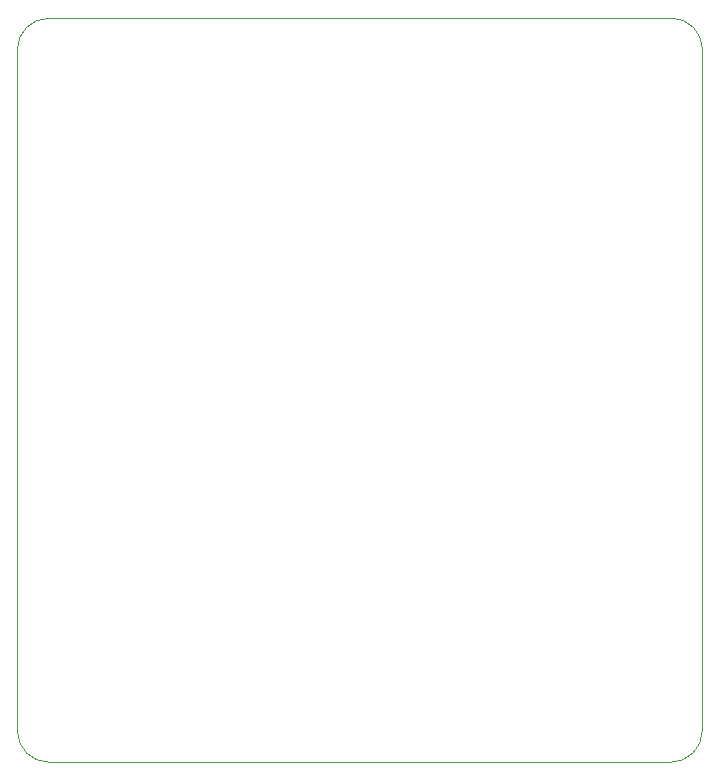
<source format=gbr>
%TF.GenerationSoftware,Altium Limited,Altium Designer,20.1.12 (249)*%
G04 Layer_Color=0*
%FSLAX26Y26*%
%MOIN*%
%TF.SameCoordinates,B967F61E-ED45-4387-9E05-25525081BA1A*%
%TF.FilePolarity,Positive*%
%TF.FileFunction,Profile,NP*%
%TF.Part,Single*%
G01*
G75*
%TA.AperFunction,Profile*%
%ADD28C,0.001000*%
D28*
X110433Y5000D02*
G02*
X5000Y110433I0J105433D01*
G01*
Y2380039D01*
X5000D01*
D02*
G02*
X110276Y2485315I105276J0D01*
G01*
X2185512D01*
Y2485315D01*
D02*
G02*
X2288465Y2382362I0J-102953D01*
G01*
X2288622D01*
X2288622Y110236D01*
X2288465Y110276D01*
D02*
G02*
X2183189Y5000I-105276J0D01*
G01*
X110433D01*
%TF.MD5,32bea0132c7d7fe7503329f7cb1b866e*%
M02*

</source>
